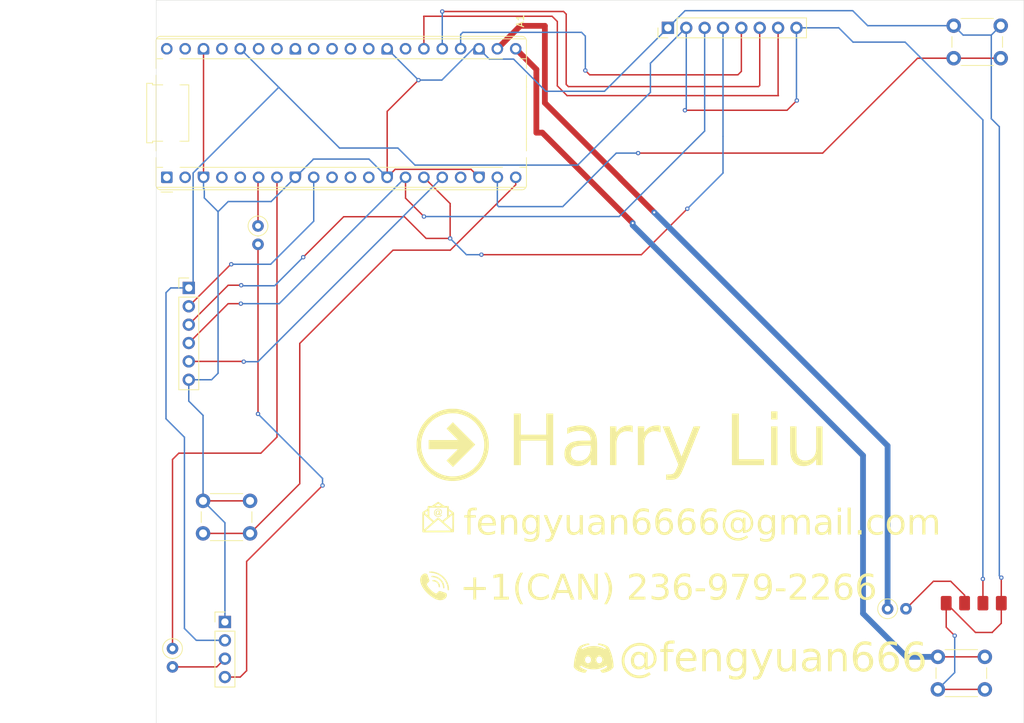
<source format=kicad_pcb>
(kicad_pcb (version 20241229) (generator "pcbnew") (generator_version "9.0")
  (layers (0 "F.Cu" signal) (2 "B.Cu" signal) (13 "F.Paste" user) (15 "B.Paste" user) (5 "F.SilkS" user "F.Silkscreen") (7 "B.SilkS" user "B.Silkscreen") (1 "F.Mask" user) (3 "B.Mask" user) (25 "Edge.Cuts" user))
  (net 0 "")
  (net 1 "Net-(A1-GPIO5)")
  (net 2 "Net-(J1-Pin_3)")
  (net 3 "Net-(J1-Pin_4)")
  (net 4 "Net-(A1-GPIO4)")
  (net 5 "Net-(J4-Pin_2)")
  (net 6 "Net-(A1-GPIO17)")
  (net 9 "Net-(A1-GPIO19)")
  (net 10 "Net-(A1-GPIO16)")
  (net 11 "Net-(A1-GPIO18)")
  (net 12 "Net-(A1-GPIO6)")
  (net 14 "Net-(J1-Pin_1)")
  (net 16 "Net-(A1-GPIO12)")
  (net 18 "Net-(A1-GPIO15)")
  (net 24 "Net-(A1-GPIO14)")
  (net 25 "Net-(A1-GPIO20)")
  (net 32 "Net-(A1-GPIO10)")
  (net 34 "Net-(A1-GPIO11)")
  (net 37 "Net-(A1-3V3)")
  (footprint "custom_image:phonelogo" (layer "F.Cu") (at 188.5 131)
    (property "Reference" "G***" (hide yes))
    (property "Value" "LOGO" (hide yes))
  )
  (footprint "Resistor_THT:R_Axial_DIN0207_L6.3mm_D2.5mm_P2.54mm_Vertical" (layer "F.Cu") (at 152.25 139.675 -90)
    (property "Reference" "47kOhms1" (hide yes))
    (property "Value" "R")
    (pad "1" thru_hole circle (at 0 0 270) (size 1.6 1.6) (drill 0.8) (layers "*.Cu" "*.Mask") (net 1 "Net-(A1-GPIO5)"))
    (pad "2" thru_hole circle (at 2.54 0 270) (size 1.6 1.6) (drill 0.8) (layers "*.Cu" "*.Mask") (net 2 "Net-(J1-Pin_3)"))
  )
  (footprint "Module:RaspberryPi_Pico_Common_THT" (layer "F.Cu") (at 151.46 74.5 90)
    (property "Reference" "A1" (at 20.6375 48.895 90) (layer "F.SilkS") (effects (justify left)))
    (property "Value" "RaspberryPi_Pico")
    (pad "1" thru_hole roundrect (at 0 0 90) (size 1.6 1.6) (drill 1) (layers "*.Cu" "*.Mask") (roundrect_rratio 0.125))
    (pad "2" thru_hole circle (at 0 2.54 90) (size 1.6 1.6) (drill 1) (layers "*.Cu" "*.Mask"))
    (pad "3" thru_hole custom (at 0 5.08 90) (size 1.6 1.6) (drill 1) (layers "*.Cu" "*.Mask") (net 14 "Net-(J1-Pin_1)") (options (clearance outline) (anchor circle)) (primitives (gr_poly (pts (xy 0.8 0.6) (xy 0.8 -0.6) (xy 0.6 -0.8) (xy 0 -0.8) (xy 0 0.8) (xy 0.6 0.8)) (width 0) (fill yes)) (gr_circle (center 0.6 0.6) (end 0.8 0.6) (width 0) (fill yes)) (gr_circle (center 0.6 -0.6) (end 0.8 -0.6) (width 0) (fill yes))))
    (pad "4" thru_hole circle (at 0 7.62 90) (size 1.6 1.6) (drill 1) (layers "*.Cu" "*.Mask"))
    (pad "5" thru_hole circle (at 0 10.16 90) (size 1.6 1.6) (drill 1) (layers "*.Cu" "*.Mask"))
    (pad "6" thru_hole circle (at 0 12.7 90) (size 1.6 1.6) (drill 1) (layers "*.Cu" "*.Mask") (net 4 "Net-(A1-GPIO4)"))
    (pad "7" thru_hole circle (at 0 15.24 90) (size 1.6 1.6) (drill 1) (layers "*.Cu" "*.Mask") (net 1 "Net-(A1-GPIO5)"))
    (pad "8" thru_hole custom (at 0 17.78 90) (size 1.6 1.6) (drill 1) (layers "*.Cu" "*.Mask") (net 14 "Net-(J1-Pin_1)") (options (clearance outline) (anchor circle)) (primitives (gr_poly (pts (xy 0.8 0.6) (xy 0.8 -0.6) (xy 0.6 -0.8) (xy 0 -0.8) (xy 0 0.8) (xy 0.6 0.8)) (width 0) (fill yes)) (gr_circle (center 0.6 0.6) (end 0.8 0.6) (width 0) (fill yes)) (gr_circle (center 0.6 -0.6) (end 0.8 -0.6) (width 0) (fill yes))))
    (pad "9" thru_hole circle (at 0 20.32 90) (size 1.6 1.6) (drill 1) (layers "*.Cu" "*.Mask") (net 12 "Net-(A1-GPIO6)"))
    (pad "10" thru_hole circle (at 0 22.86 90) (size 1.6 1.6) (drill 1) (layers "*.Cu" "*.Mask"))
    (pad "11" thru_hole circle (at 0 25.4 90) (size 1.6 1.6) (drill 1) (layers "*.Cu" "*.Mask"))
    (pad "12" thru_hole circle (at 0 27.94 90) (size 1.6 1.6) (drill 1) (layers "*.Cu" "*.Mask"))
    (pad "13" thru_hole custom (at 0 30.48 90) (size 1.6 1.6) (drill 1) (layers "*.Cu" "*.Mask") (net 14 "Net-(J1-Pin_1)") (options (clearance outline) (anchor circle)) (primitives (gr_poly (pts (xy 0.8 0.6) (xy 0.8 -0.6) (xy 0.6 -0.8) (xy 0 -0.8) (xy 0 0.8) (xy 0.6 0.8)) (width 0) (fill yes)) (gr_circle (center 0.6 0.6) (end 0.8 0.6) (width 0) (fill yes)) (gr_circle (center 0.6 -0.6) (end 0.8 -0.6) (width 0) (fill yes))))
    (pad "14" thru_hole circle (at 0 33.02 90) (size 1.6 1.6) (drill 1) (layers "*.Cu" "*.Mask") (net 32 "Net-(A1-GPIO10)"))
    (pad "15" thru_hole circle (at 0 35.56 90) (size 1.6 1.6) (drill 1) (layers "*.Cu" "*.Mask") (net 34 "Net-(A1-GPIO11)"))
    (pad "16" thru_hole circle (at 0 38.1 90) (size 1.6 1.6) (drill 1) (layers "*.Cu" "*.Mask") (net 16 "Net-(A1-GPIO12)"))
    (pad "17" thru_hole circle (at 0 40.64 90) (size 1.6 1.6) (drill 1) (layers "*.Cu" "*.Mask"))
    (pad "18" thru_hole custom (at 0 43.18 90) (size 1.6 1.6) (drill 1) (layers "*.Cu" "*.Mask") (net 14 "Net-(J1-Pin_1)") (options (clearance outline) (anchor circle)) (primitives (gr_poly (pts (xy 0.8 0.6) (xy 0.8 -0.6) (xy 0.6 -0.8) (xy 0 -0.8) (xy 0 0.8) (xy 0.6 0.8)) (width 0) (fill yes)) (gr_circle (center 0.6 0.6) (end 0.8 0.6) (width 0) (fill yes)) (gr_circle (center 0.6 -0.6) (end 0.8 -0.6) (width 0) (fill yes))))
    (pad "19" thru_hole circle (at 0 45.72 90) (size 1.6 1.6) (drill 1) (layers "*.Cu" "*.Mask") (net 24 "Net-(A1-GPIO14)"))
    (pad "20" thru_hole circle (at 0 48.26 90) (size 1.6 1.6) (drill 1) (layers "*.Cu" "*.Mask") (net 18 "Net-(A1-GPIO15)"))
    (pad "21" thru_hole circle (at 17.78 48.26 90) (size 1.6 1.6) (drill 1) (layers "*.Cu" "*.Mask") (net 10 "Net-(A1-GPIO16)"))
    (pad "22" thru_hole circle (at 17.78 45.72 90) (size 1.6 1.6) (drill 1) (layers "*.Cu" "*.Mask") (net 6 "Net-(A1-GPIO17)"))
    (pad "23" thru_hole custom (at 17.78 43.18 90) (size 1.6 1.6) (drill 1) (layers "*.Cu" "*.Mask") (net 14 "Net-(J1-Pin_1)") (options (clearance outline) (anchor circle)) (primitives (gr_poly (pts (xy -0.8 0.6) (xy -0.8 -0.6) (xy -0.6 -0.8) (xy 0 -0.8) (xy 0 0.8) (xy -0.6 0.8)) (width 0) (fill yes)) (gr_circle (center -0.6 0.6) (end -0.4 0.6) (width 0) (fill yes)) (gr_circle (center -0.6 -0.6) (end -0.4 -0.6) (width 0) (fill yes))))
    (pad "24" thru_hole circle (at 17.78 40.64 90) (size 1.6 1.6) (drill 1) (layers "*.Cu" "*.Mask") (net 11 "Net-(A1-GPIO18)"))
    (pad "25" thru_hole circle (at 17.78 38.1 90) (size 1.6 1.6) (drill 1) (layers "*.Cu" "*.Mask") (net 9 "Net-(A1-GPIO19)"))
    (pad "26" thru_hole circle (at 17.78 35.56 90) (size 1.6 1.6) (drill 1) (layers "*.Cu" "*.Mask") (net 25 "Net-(A1-GPIO20)"))
    (pad "27" thru_hole circle (at 17.78 33.02 90) (size 1.6 1.6) (drill 1) (layers "*.Cu" "*.Mask"))
    (pad "28" thru_hole custom (at 17.78 30.48 90) (size 1.6 1.6) (drill 1) (layers "*.Cu" "*.Mask") (net 14 "Net-(J1-Pin_1)") (options (clearance outline) (anchor circle)) (primitives (gr_poly (pts (xy -0.8 0.6) (xy -0.8 -0.6) (xy -0.6 -0.8) (xy 0 -0.8) (xy 0 0.8) (xy -0.6 0.8)) (width 0) (fill yes)) (gr_circle (center -0.6 0.6) (end -0.4 0.6) (width 0) (fill yes)) (gr_circle (center -0.6 -0.6) (end -0.4 -0.6) (width 0) (fill yes))))
    (pad "29" thru_hole circle (at 17.78 27.94 90) (size 1.6 1.6) (drill 1) (layers "*.Cu" "*.Mask"))
    (pad "30" thru_hole circle (at 17.78 25.4 90) (size 1.6 1.6) (drill 1) (layers "*.Cu" "*.Mask"))
    (pad "31" thru_hole circle (at 17.78 22.86 90) (size 1.6 1.6) (drill 1) (layers "*.Cu" "*.Mask"))
    (pad "32" thru_hole circle (at 17.78 20.32 90) (size 1.6 1.6) (drill 1) (layers "*.Cu" "*.Mask"))
    (pad "33" thru_hole custom (at 17.78 17.78 90) (size 1.6 1.6) (drill 1) (layers "*.Cu" "*.Mask") (options (clearance outline) (anchor circle)) (primitives (gr_poly (pts (xy -0.8 0.6) (xy -0.8 -0.6) (xy -0.6 -0.8) (xy 0 -0.8) (xy 0 0.8) (xy -0.6 0.8)) (width 0) (fill yes)) (gr_circle (center -0.6 0.6) (end -0.4 0.6) (width 0) (fill yes)) (gr_circle (center -0.6 -0.6) (end -0.4 -0.6) (width 0) (fill yes))))
    (pad "34" thru_hole circle (at 17.78 15.24 90) (size 1.6 1.6) (drill 1) (layers "*.Cu" "*.Mask"))
    (pad "35" thru_hole circle (at 17.78 12.7 90) (size 1.6 1.6) (drill 1) (layers "*.Cu" "*.Mask"))
    (pad "36" thru_hole circle (at 17.78 10.16 90) (size 1.6 1.6) (drill 1) (layers "*.Cu" "*.Mask") (net 37 "Net-(A1-3V3)"))
    (pad "37" thru_hole circle (at 17.78 7.62 90) (size 1.6 1.6) (drill 1) (layers "*.Cu" "*.Mask"))
    (pad "38" thru_hole custom (at 17.78 5.08 90) (size 1.6 1.6) (drill 1) (layers "*.Cu" "*.Mask") (net 14 "Net-(J1-Pin_1)") (options (clearance outline) (anchor circle)) (primitives (gr_poly (pts (xy -0.8 0.6) (xy -0.8 -0.6) (xy -0.6 -0.8) (xy 0 -0.8) (xy 0 0.8) (xy -0.6 0.8)) (width 0) (fill yes)) (gr_circle (center -0.6 0.6) (end -0.4 0.6) (width 0) (fill yes)) (gr_circle (center -0.6 -0.6) (end -0.4 -0.6) (width 0) (fill yes))))
    (pad "39" thru_hole circle (at 17.78 2.54 90) (size 1.6 1.6) (drill 1) (layers "*.Cu" "*.Mask"))
    (pad "40" thru_hole circle (at 17.78 0 90) (size 1.6 1.6) (drill 1) (layers "*.Cu" "*.Mask"))
  )
  (footprint "Connector_PinHeader_2.54mm:PinHeader_1x06_P2.54mm_Vertical" (layer "F.Cu") (at 154.5 89.8)
    (property "Reference" "J3" (hide yes))
    (property "Value" "Conn_01x06")
    (pad "1" thru_hole rect (at 0 0) (size 1.7 1.7) (drill 1) (layers "*.Cu" "*.Mask") (net 37 "Net-(A1-3V3)"))
    (pad "2" thru_hole circle (at 0 2.54) (size 1.7 1.7) (drill 1) (layers "*.Cu" "*.Mask") (net 12 "Net-(A1-GPIO6)"))
    (pad "3" thru_hole circle (at 0 5.08) (size 1.7 1.7) (drill 1) (layers "*.Cu" "*.Mask") (net 34 "Net-(A1-GPIO11)"))
    (pad "4" thru_hole circle (at 0 7.62) (size 1.7 1.7) (drill 1) (layers "*.Cu" "*.Mask") (net 32 "Net-(A1-GPIO10)"))
    (pad "5" thru_hole circle (at 0 10.16) (size 1.7 1.7) (drill 1) (layers "*.Cu" "*.Mask") (net 16 "Net-(A1-GPIO12)"))
    (pad "6" thru_hole circle (at 0 12.7) (size 1.7 1.7) (drill 1) (layers "*.Cu" "*.Mask") (net 14 "Net-(J1-Pin_1)"))
  )
  (footprint "Resistor_THT:R_Axial_DIN0207_L6.3mm_D2.5mm_P2.54mm_Vertical" (layer "F.Cu") (at 251.155 134.175)
    (property "Reference" "330Ohms1" (hide yes))
    (property "Value" "R")
    (pad "1" thru_hole circle (at 0 0) (size 1.6 1.6) (drill 0.8) (layers "*.Cu" "*.Mask") (net 6 "Net-(A1-GPIO17)"))
    (pad "2" thru_hole circle (at 2.54 0) (size 1.6 1.6) (drill 0.8) (layers "*.Cu" "*.Mask") (net 5 "Net-(J4-Pin_2)"))
  )
  (footprint "Connector_PinHeader_2.54mm:PinHeader_1x08_P2.54mm_Vertical" (layer "F.Cu") (at 220.77 53.825 90)
    (property "Reference" "J2" (hide yes))
    (property "Value" "Conn_01x08")
    (pad "1" thru_hole rect (at 0 0 90) (size 1.7 1.7) (drill 1) (layers "*.Cu" "*.Mask") (net 14 "Net-(J1-Pin_1)"))
    (pad "2" thru_hole circle (at 0 2.54 90) (size 1.7 1.7) (drill 1) (layers "*.Cu" "*.Mask") (net 37 "Net-(A1-3V3)"))
    (pad "3" thru_hole circle (at 0 5.08 90) (size 1.7 1.7) (drill 1) (layers "*.Cu" "*.Mask") (net 32 "Net-(A1-GPIO10)"))
    (pad "4" thru_hole circle (at 0 7.62 90) (size 1.7 1.7) (drill 1) (layers "*.Cu" "*.Mask") (net 34 "Net-(A1-GPIO11)"))
    (pad "5" thru_hole circle (at 0 10.16 90) (size 1.7 1.7) (drill 1) (layers "*.Cu" "*.Mask") (net 11 "Net-(A1-GPIO18)"))
    (pad "6" thru_hole circle (at 0 12.7 90) (size 1.7 1.7) (drill 1) (layers "*.Cu" "*.Mask") (net 9 "Net-(A1-GPIO19)"))
    (pad "7" thru_hole circle (at 0 15.24 90) (size 1.7 1.7) (drill 1) (layers "*.Cu" "*.Mask") (net 25 "Net-(A1-GPIO20)"))
    (pad "8" thru_hole circle (at 0 17.78 90) (size 1.7 1.7) (drill 1) (layers "*.Cu" "*.Mask") (net 37 "Net-(A1-3V3)"))
  )
  (footprint "Connector_PinHeader_2.54mm:PinHeader_1x04_P2.54mm_Vertical" (layer "F.Cu") (at 159.5 136)
    (property "Reference" "J1" (hide yes))
    (property "Value" "Conn_01x04")
    (pad "1" thru_hole rect (at 0 0) (size 1.7 1.7) (drill 1) (layers "*.Cu" "*.Mask") (net 14 "Net-(J1-Pin_1)"))
    (pad "2" thru_hole circle (at 0 2.54) (size 1.7 1.7) (drill 1) (layers "*.Cu" "*.Mask") (net 37 "Net-(A1-3V3)"))
    (pad "3" thru_hole circle (at 0 5.08) (size 1.7 1.7) (drill 1) (layers "*.Cu" "*.Mask") (net 2 "Net-(J1-Pin_3)"))
    (pad "4" thru_hole circle (at 0 7.62) (size 1.7 1.7) (drill 1) (layers "*.Cu" "*.Mask") (net 3 "Net-(J1-Pin_4)"))
  )
  (footprint "custom_image:discordfootprint6small" (layer "F.Cu") (at 210.5 141)
    (property "Reference" "G***" (hide yes))
    (property "Value" "LOGO" (hide yes))
  )
  (footprint "Button_Switch_THT:SW_PUSH_6mm" (layer "F.Cu") (at 156.475 119.25)
    (property "Reference" "TextScreenButton1" (hide yes))
    (property "Value" "SW_Push")
    (pad "1" thru_hole circle (at 0 0 90) (size 2 2) (drill 1.1) (layers "*.Cu" "*.Mask") (net 14 "Net-(J1-Pin_1)"))
    (pad "1" thru_hole circle (at 6.5 0 90) (size 2 2) (drill 1.1) (layers "*.Cu" "*.Mask") (net 14 "Net-(J1-Pin_1)"))
    (pad "2" thru_hole circle (at 0 4.5 90) (size 2 2) (drill 1.1) (layers "*.Cu" "*.Mask") (net 18 "Net-(A1-GPIO15)"))
    (pad "2" thru_hole circle (at 6.5 4.5 90) (size 2 2) (drill 1.1) (layers "*.Cu" "*.Mask") (net 18 "Net-(A1-GPIO15)"))
  )
  (footprint "custom_made:LED_Strip1x04" (layer "F.Cu") (at 259.26 133.4 90)
    (property "Reference" "J4" (hide yes))
    (property "Value" "Conn_01x04")
    (pad "1" smd roundrect (at 0 0 90) (size 2 1.5) (layers "F.Cu" "F.Mask" "F.Paste") (roundrect_rratio 0.15) (net 14 "Net-(J1-Pin_1)"))
    (pad "2" smd roundrect (at 0 2.54 90) (size 2 1.5) (layers "F.Cu" "F.Mask" "F.Paste") (roundrect_rratio 0.15) (net 5 "Net-(J4-Pin_2)"))
    (pad "3" smd roundrect (at 0 5.08 90) (size 2 1.5) (layers "F.Cu" "F.Mask" "F.Paste") (roundrect_rratio 0.15) (net 37 "Net-(A1-3V3)"))
    (pad "4" smd roundrect (at 0 7.62 90) (size 2 1.5) (layers "F.Cu" "F.Mask" "F.Paste") (roundrect_rratio 0.15) (net 14 "Net-(J1-Pin_1)"))
  )
  (footprint "Button_Switch_THT:SW_PUSH_6mm" (layer "F.Cu") (at 260.3 53.525)
    (property "Reference" "OLEDscreenbutton1" (hide yes))
    (property "Value" "SW_Push")
    (pad "1" thru_hole circle (at 0 0 90) (size 2 2) (drill 1.1) (layers "*.Cu" "*.Mask") (net 14 "Net-(J1-Pin_1)"))
    (pad "1" thru_hole circle (at 6.5 0 90) (size 2 2) (drill 1.1) (layers "*.Cu" "*.Mask") (net 14 "Net-(J1-Pin_1)"))
    (pad "2" thru_hole circle (at 0 4.5 90) (size 2 2) (drill 1.1) (layers "*.Cu" "*.Mask") (net 24 "Net-(A1-GPIO14)"))
    (pad "2" thru_hole circle (at 6.5 4.5 90) (size 2 2) (drill 1.1) (layers "*.Cu" "*.Mask") (net 24 "Net-(A1-GPIO14)"))
  )
  (footprint "custom_image:emailfootprint7.5" (layer "F.Cu") (at 189 121.5)
    (property "Reference" "G***" (hide yes))
    (property "Value" "LOGO" (hide yes))
  )
  (footprint "Button_Switch_THT:SW_PUSH_6mm" (layer "F.Cu") (at 258.105 140.825)
    (property "Reference" "LED_Buttons1" (hide yes))
    (property "Value" "SW_Push")
    (pad "1" thru_hole circle (at 0 0 90) (size 2 2) (drill 1.1) (layers "*.Cu" "*.Mask") (net 10 "Net-(A1-GPIO16)"))
    (pad "1" thru_hole circle (at 6.5 0 90) (size 2 2) (drill 1.1) (layers "*.Cu" "*.Mask") (net 10 "Net-(A1-GPIO16)"))
    (pad "2" thru_hole circle (at 0 4.5 90) (size 2 2) (drill 1.1) (layers "*.Cu" "*.Mask") (net 14 "Net-(J1-Pin_1)"))
    (pad "2" thru_hole circle (at 6.5 4.5 90) (size 2 2) (drill 1.1) (layers "*.Cu" "*.Mask") (net 14 "Net-(J1-Pin_1)"))
  )
  (footprint "Resistor_THT:R_Axial_DIN0207_L6.3mm_D2.5mm_P2.54mm_Vertical" (layer "F.Cu") (at 164.075 81.225 -90)
    (property "Reference" "47kOhms2" (hide yes))
    (property "Value" "R")
    (pad "1" thru_hole circle (at 0 0 270) (size 1.6 1.6) (drill 0.8) (layers "*.Cu" "*.Mask") (net 4 "Net-(A1-GPIO4)"))
    (pad "2" thru_hole circle (at 2.54 0 270) (size 1.6 1.6) (drill 0.8) (layers "*.Cu" "*.Mask") (net 3 "Net-(J1-Pin_4)"))
  )
  (footprint "custom_image:forwardiconfootprint1" (layer "F.Cu") (at 191 111.5)
    (property "Reference" "G***" (hide yes))
    (property "Value" "LOGO" (hide yes))
  )
  (gr_rect (start 150 50) (end 270 150) (stroke (width 0.05)) (fill no) (layer "Edge.Cuts"))
  (gr_text "@fengyuan666" (at 214 143.5 0) (layer "F.SilkS") (effects (font (size 4 4) (thickness 0.1)) (justify left bottom)))
  (gr_text "Harry Liu" (at 198.5 115.5 0) (layer "F.SilkS") (effects (font (size 7 7) (thickness 0.1)) (justify left bottom)))
  (gr_text "fengyuan6666@gmail.com" (at 192.5 124.5 0) (layer "F.SilkS") (effects (font (size 3.5 3.5) (thickness 0.1)) (justify left bottom)))
  (gr_text "+1(CAN) 236-979-2266" (at 192 133.5 0) (layer "F.SilkS") (effects (font (size 3.5 3.5) (thickness 0.1)) (justify left bottom)))
  (segment (start 152.25 113.525) (end 153.125 112.65) (width 0.2) (layer "F.Cu") (net 1))
  (segment (start 164.475 112.65) (end 166.7 110.425) (width 0.2) (layer "F.Cu") (net 1))
  (segment (start 152.25 139.675) (end 152.25 113.525) (width 0.2) (layer "F.Cu") (net 1))
  (segment (start 153.125 112.65) (end 164.475 112.65) (width 0.2) (layer "F.Cu") (net 1))
  (segment (start 166.7 110.425) (end 166.7 74.5) (width 0.2) (layer "F.Cu") (net 1))
  (segment (start 158.365 142.215) (end 159.5 141.08) (width 0.2) (layer "F.Cu") (net 2))
  (segment (start 152.25 142.215) (end 158.365 142.215) (width 0.2) (layer "F.Cu") (net 2))
  (segment (start 162.5 142.74) (end 162.5 127.625) (width 0.2) (layer "F.Cu") (net 3))
  (segment (start 164.075 107.225) (end 164.075 83.765) (width 0.2) (layer "F.Cu") (net 3))
  (segment (start 173 117.125) (end 162.5 127.625) (width 0.2) (layer "F.Cu") (net 3))
  (segment (start 161.62 143.62) (end 159.5 143.62) (width 0.2) (layer "F.Cu") (net 3))
  (segment (start 161.62 143.62) (end 162.5 142.74) (width 0.2) (layer "F.Cu") (net 3))
  (via (at 164.075 107.225) (size 0.6) (drill 0.3) (layers "F.Cu" "B.Cu") (net 3))
  (via (at 173 117.125) (size 0.6) (drill 0.3) (layers "F.Cu" "B.Cu") (net 3))
  (segment (start 173 116.15) (end 164.075 107.225) (width 0.2) (layer "B.Cu") (net 3))
  (segment (start 173 117.125) (end 173 116.15) (width 0.2) (layer "B.Cu") (net 3))
  (segment (start 164.075 81.225) (end 164.075 74.585) (width 0.2) (layer "F.Cu") (net 4))
  (segment (start 164.075 74.585) (end 164.16 74.5) (width 0.2) (layer "F.Cu") (net 4))
  (segment (start 164.075 74.585) (end 164.16 74.5) (width 0.2) (layer "B.Cu") (net 4))
  (segment (start 257.495 130.375) (end 259.885 130.375) (width 0.2) (layer "F.Cu") (net 5))
  (segment (start 261.8 132.29) (end 261.8 133.4) (width 0.2) (layer "F.Cu") (net 5))
  (segment (start 253.695 134.175) (end 257.495 130.375) (width 0.2) (layer "F.Cu") (net 5))
  (segment (start 259.885 130.375) (end 261.8 132.29) (width 0.2) (layer "F.Cu") (net 5))
  (segment (start 200.35 53.55) (end 197.18 56.72) (width 0.8) (layer "F.Cu") (net 6))
  (segment (start 214.2 74.65) (end 203.75 64.2) (width 0.8) (layer "F.Cu") (net 6))
  (segment (start 218.875 79.35) (end 214.2 74.675) (width 0.8) (layer "F.Cu") (net 6))
  (segment (start 214.2 74.675) (end 214.2 74.65) (width 0.2) (layer "F.Cu") (net 6))
  (segment (start 203.75 64.2) (end 203.75 53.55) (width 0.8) (layer "F.Cu") (net 6))
  (segment (start 203.75 53.55) (end 200.35 53.55) (width 0.8) (layer "F.Cu") (net 6))
  (via (at 218.875 79.35) (size 0.6) (drill 0.3) (layers "F.Cu" "B.Cu") (net 6))
  (segment (start 251.155 111.63) (end 218.875 79.35) (width 0.8) (layer "B.Cu") (net 6))
  (segment (start 251.155 134.175) (end 251.155 111.63) (width 0.8) (layer "B.Cu") (net 6))
  (segment (start 233.47 53.825) (end 233.47 61.78) (width 0.2) (layer "F.Cu") (net 9))
  (segment (start 207 61.95) (end 206.7 61.65) (width 0.2) (layer "F.Cu") (net 9))
  (segment (start 206.7 61.65) (end 206.7 51.925) (width 0.2) (layer "F.Cu") (net 9))
  (segment (start 233.3 61.95) (end 207 61.95) (width 0.2) (layer "F.Cu") (net 9))
  (segment (start 206.7 51.925) (end 206.34 51.565) (width 0.2) (layer "F.Cu") (net 9))
  (segment (start 206.34 51.565) (end 189.56 51.565) (width 0.2) (layer "F.Cu") (net 9))
  (segment (start 233.47 61.78) (end 233.3 61.95) (width 0.2) (layer "F.Cu") (net 9))
  (via (at 189.56 51.565) (size 0.6) (drill 0.3) (layers "F.Cu" "B.Cu") (net 9))
  (segment (start 189.56 51.565) (end 189.56 56.72) (width 0.2) (layer "B.Cu") (net 9))
  (segment (start 215.9 80.825) (end 203.4 68.325) (width 0.8) (layer "F.Cu") (net 10))
  (segment (start 203.4 68.325) (end 202.575 68.325) (width 0.8) (layer "F.Cu") (net 10))
  (segment (start 202.575 68.325) (end 202.575 59.575) (width 0.8) (layer "F.Cu") (net 10))
  (segment (start 202.575 59.575) (end 199.72 56.72) (width 0.8) (layer "F.Cu") (net 10))
  (segment (start 258.105 140.825) (end 264.605 140.825) (width 0.2) (layer "F.Cu") (net 10))
  (via (at 215.9 80.825) (size 0.6) (drill 0.3) (layers "F.Cu" "B.Cu") (net 10))
  (segment (start 247.755 112.98) (end 247.755 134.825) (width 0.8) (layer "B.Cu") (net 10))
  (segment (start 253.755 140.825) (end 258.105 140.825) (width 0.8) (layer "B.Cu") (net 10))
  (segment (start 215.9 80.9) (end 215.9 80.825) (width 0.2) (layer "B.Cu") (net 10))
  (segment (start 215.9 81.125) (end 247.755 112.98) (width 0.8) (layer "B.Cu") (net 10))
  (segment (start 215.9 80.825) (end 215.9 81.125) (width 0.8) (layer "B.Cu") (net 10))
  (segment (start 247.755 134.825) (end 253.755 140.825) (width 0.8) (layer "B.Cu") (net 10))
  (segment (start 209.95 60.325) (end 209.35 59.725) (width 0.2) (layer "F.Cu") (net 11))
  (segment (start 230.93 53.825) (end 230.93 59.845) (width 0.2) (layer "F.Cu") (net 11))
  (segment (start 230.93 59.845) (end 230.45 60.325) (width 0.2) (layer "F.Cu") (net 11))
  (segment (start 230.45 60.325) (end 209.95 60.325) (width 0.2) (layer "F.Cu") (net 11))
  (via (at 209.35 59.725) (size 0.6) (drill 0.3) (layers "F.Cu" "B.Cu") (net 11))
  (segment (start 208.825 54.45) (end 192.4 54.45) (width 0.2) (layer "B.Cu") (net 11))
  (segment (start 209.35 54.975) (end 208.825 54.45) (width 0.2) (layer "B.Cu") (net 11))
  (segment (start 192.4 54.45) (end 192.1 54.75) (width 0.2) (layer "B.Cu") (net 11))
  (segment (start 209.35 59.725) (end 209.35 54.975) (width 0.2) (layer "B.Cu") (net 11))
  (segment (start 192.1 54.75) (end 192.1 56.72) (width 0.2) (layer "B.Cu") (net 11))
  (segment (start 154.5 92.34) (end 160.315 86.525) (width 0.2) (layer "F.Cu") (net 12))
  (segment (start 160.315 86.525) (end 160.375 86.525) (width 0.2) (layer "F.Cu") (net 12))
  (via (at 160.375 86.525) (size 0.6) (drill 0.3) (layers "F.Cu" "B.Cu") (net 12))
  (segment (start 165.825 86.525) (end 171.78 80.57) (width 0.2) (layer "B.Cu") (net 12))
  (segment (start 160.375 86.525) (end 165.825 86.525) (width 0.2) (layer "B.Cu") (net 12))
  (segment (start 171.78 80.57) (end 171.78 74.5) (width 0.2) (layer "B.Cu") (net 12))
  (segment (start 266.885 133.405) (end 266.88 133.4) (width 0.2) (layer "F.Cu") (net 14))
  (segment (start 266.88 129.88) (end 266.885 129.875) (width 0.2) (layer "F.Cu") (net 14))
  (segment (start 194.64 74.5) (end 193.539 73.399) (width 0.2) (layer "F.Cu") (net 14))
  (segment (start 181.94 65.38) (end 181.94 74.5) (width 0.2) (layer "F.Cu") (net 14))
  (segment (start 193.539 73.399) (end 183.041 73.399) (width 0.2) (layer "F.Cu") (net 14))
  (segment (start 260.435 137.9) (end 259.26 136.725) (width 0.2) (layer "F.Cu") (net 14))
  (segment (start 186.27 61.05) (end 181.94 65.38) (width 0.2) (layer "F.Cu") (net 14))
  (segment (start 264.605 145.325) (end 258.105 145.325) (width 0.2) (layer "F.Cu") (net 14))
  (segment (start 162.975 119.25) (end 156.475 119.25) (width 0.2) (layer "F.Cu") (net 14))
  (segment (start 266.88 136.18) (end 266.88 133.4) (width 0.2) (layer "F.Cu") (net 14))
  (segment (start 265.635 137.425) (end 266.88 136.18) (width 0.2) (layer "F.Cu") (net 14))
  (segment (start 183.041 73.399) (end 181.94 74.5) (width 0.2) (layer "F.Cu") (net 14))
  (segment (start 265.635 137.45) (end 265.635 137.425) (width 0.2) (layer "F.Cu") (net 14))
  (segment (start 259.26 133.4) (end 263.31 137.45) (width 0.2) (layer "F.Cu") (net 14))
  (segment (start 156.54 74.5) (end 156.54 56.72) (width 0.2) (layer "F.Cu") (net 14))
  (segment (start 266.88 133.4) (end 266.88 129.88) (width 0.2) (layer "F.Cu") (net 14))
  (segment (start 259.26 136.725) (end 259.26 133.4) (width 0.2) (layer "F.Cu") (net 14))
  (segment (start 263.31 137.45) (end 265.635 137.45) (width 0.2) (layer "F.Cu") (net 14))
  (via (at 260.435 137.9) (size 0.6) (drill 0.3) (layers "F.Cu" "B.Cu") (net 14))
  (via (at 266.885 129.875) (size 0.6) (drill 0.3) (layers "F.Cu" "B.Cu") (net 14))
  (via (at 186.27 61.05) (size 0.6) (drill 0.3) (layers "F.Cu" "B.Cu") (net 14))
  (segment (start 193.835 56.72) (end 189.505 61.05) (width 0.2) (layer "B.Cu") (net 14))
  (segment (start 265.499 54.826) (end 266.8 53.525) (width 0.2) (layer "B.Cu") (net 14))
  (segment (start 246.325 51.45) (end 223.145 51.45) (width 0.2) (layer "B.Cu") (net 14))
  (segment (start 171.725 72.015) (end 169.24 74.5) (width 0.2) (layer "B.Cu") (net 14))
  (segment (start 156.475 107.425) (end 154.5 105.45) (width 0.2) (layer "B.Cu") (net 14))
  (segment (start 265.499 66.39) (end 266.609 67.5) (width 0.2) (layer "B.Cu") (net 14))
  (segment (start 156.475 119.25) (end 159.5 122.275) (width 0.2) (layer "B.Cu") (net 14))
  (segment (start 194.64 56.72) (end 193.835 56.72) (width 0.2) (layer "B.Cu") (net 14))
  (segment (start 156.65 77.35) (end 156.65 76.15) (width 0.2) (layer "B.Cu") (net 14))
  (segment (start 223.145 51.45) (end 220.77 53.825) (width 0.2) (layer "B.Cu") (net 14))
  (segment (start 159.5 122.275) (end 159.5 136) (width 0.2) (layer "B.Cu") (net 14))
  (segment (start 260.3 53.525) (end 248.4 53.525) (width 0.2) (layer "B.Cu") (net 14))
  (segment (start 186.125 60.905) (end 181.94 56.72) (width 0.2) (layer "B.Cu") (net 14))
  (segment (start 248.4 53.525) (end 246.325 51.45) (width 0.2) (layer "B.Cu") (net 14))
  (segment (start 158.55 101.6) (end 158.55 79.25) (width 0.2) (layer "B.Cu") (net 14))
  (segment (start 156.65 76.15) (end 156.54 76.04) (width 0.2) (layer "B.Cu") (net 14))
  (segment (start 265.499 54.826) (end 261.601 54.826) (width 0.2) (layer "B.Cu") (net 14))
  (segment (start 266.609 129.599) (end 266.609 67.5) (width 0.2) (layer "B.Cu") (net 14))
  (segment (start 258.105 145.325) (end 260.435 142.995) (width 0.2) (layer "B.Cu") (net 14))
  (segment (start 154.5 102.5) (end 157.65 102.5) (width 0.2) (layer "B.Cu") (net 14))
  (segment (start 189.505 61.05) (end 186.27 61.05) (width 0.2) (layer "B.Cu") (net 14))
  (segment (start 169.24 74.5) (end 165.89 77.85) (width 0.2) (layer "B.Cu") (net 14))
  (segment (start 203.875 62.6) (end 199.425 58.15) (width 0.2) (layer "B.Cu") (net 14))
  (segment (start 159.95 77.85) (end 158.55 79.25) (width 0.2) (layer "B.Cu") (net 14))
  (segment (start 165.89 77.85) (end 159.95 77.85) (width 0.2) (layer "B.Cu") (net 14))
  (segment (start 179.415 71.975) (end 171.725 71.975) (width 0.2) (layer "B.Cu") (net 14))
  (segment (start 186.27 61.05) (end 186.125 60.905) (width 0.2) (layer "B.Cu") (net 14))
  (segment (start 157.65 102.5) (end 158.55 101.6) (width 0.2) (layer "B.Cu") (net 14))
  (segment (start 199.425 58.15) (end 196.07 58.15) (width 0.2) (layer "B.Cu") (net 14))
  (segment (start 220.77 53.825) (end 211.995 62.6) (width 0.2) (layer "B.Cu") (net 14))
  (segment (start 261.601 54.826) (end 260.3 53.525) (width 0.2) (layer "B.Cu") (net 14))
  (segment (start 260.435 142.995) (end 260.435 137.9) (width 0.2) (layer "B.Cu") (net 14))
  (segment (start 181.94 74.5) (end 179.415 71.975) (width 0.2) (layer "B.Cu") (net 14))
  (segment (start 171.725 71.975) (end 171.725 72.015) (width 0.2) (layer "B.Cu") (net 14))
  (segment (start 211.995 62.6) (end 203.875 62.6) (width 0.2) (layer "B.Cu") (net 14))
  (segment (start 154.5 105.45) (end 154.5 102.5) (width 0.2) (layer "B.Cu") (net 14))
  (segment (start 156.475 119.25) (end 156.475 107.425) (width 0.2) (layer "B.Cu") (net 14))
  (segment (start 156.54 76.04) (end 156.54 74.5) (width 0.2) (layer "B.Cu") (net 14))
  (segment (start 158.55 79.25) (end 156.65 77.35) (width 0.2) (layer "B.Cu") (net 14))
  (segment (start 265.499 54.826) (end 265.499 66.39) (width 0.2) (layer "B.Cu") (net 14))
  (segment (start 266.885 129.875) (end 266.609 129.599) (width 0.2) (layer "B.Cu") (net 14))
  (segment (start 196.07 58.15) (end 194.64 56.72) (width 0.2) (layer "B.Cu") (net 14))
  (segment (start 162.06 99.96) (end 162.1 100) (width 0.2) (layer "F.Cu") (net 16))
  (segment (start 154.5 99.96) (end 162.06 99.96) (width 0.2) (layer "F.Cu") (net 16))
  (via (at 162.1 100) (size 0.6) (drill 0.3) (layers "F.Cu" "B.Cu") (net 16))
  (segment (start 164.06 100) (end 189.56 74.5) (width 0.2) (layer "B.Cu") (net 16))
  (segment (start 162.1 100) (end 164.06 100) (width 0.2) (layer "B.Cu") (net 16))
  (segment (start 169.85 116.875) (end 162.975 123.75) (width 0.2) (layer "F.Cu") (net 18))
  (segment (start 156.475 123.75) (end 162.975 123.75) (width 0.2) (layer "F.Cu") (net 18))
  (segment (start 199.72 74.5) (end 199.72 75.53) (width 0.2) (layer "F.Cu") (net 18))
  (segment (start 190.675 84.575) (end 182.75 84.575) (width 0.2) (layer "F.Cu") (net 18))
  (segment (start 169.85 97.475) (end 169.85 116.875) (width 0.2) (layer "F.Cu") (net 18))
  (segment (start 199.72 75.53) (end 190.675 84.575) (width 0.2) (layer "F.Cu") (net 18))
  (segment (start 182.75 84.575) (end 169.85 97.475) (width 0.2) (layer "F.Cu") (net 18))
  (segment (start 260.3 58.025) (end 255.3 58.025) (width 0.2) (layer "F.Cu") (net 24))
  (segment (start 242.175 71.15) (end 216.65 71.15) (width 0.2) (layer "F.Cu") (net 24))
  (segment (start 255.3 58.025) (end 249.9 63.425) (width 0.2) (layer "F.Cu") (net 24))
  (segment (start 266.8 58.025) (end 260.3 58.025) (width 0.2) (layer "F.Cu") (net 24))
  (segment (start 249.9 63.425) (end 242.175 71.15) (width 0.2) (layer "F.Cu") (net 24))
  (via (at 216.65 71.15) (size 0.6) (drill 0.3) (layers "F.Cu" "B.Cu") (net 24))
  (segment (start 197.35 78.55) (end 197.18 78.38) (width 0.2) (layer "B.Cu") (net 24))
  (segment (start 206.225 78.55) (end 197.35 78.55) (width 0.2) (layer "B.Cu") (net 24))
  (segment (start 213.625 71.15) (end 206.225 78.55) (width 0.2) (layer "B.Cu") (net 24))
  (segment (start 216.65 71.15) (end 213.625 71.15) (width 0.2) (layer "B.Cu") (net 24))
  (segment (start 197.18 78.38) (end 197.18 74.5) (width 0.2) (layer "B.Cu") (net 24))
  (segment (start 205.475 52.95) (end 204.75 52.225) (width 0.2) (layer "F.Cu") (net 25))
  (segment (start 236.05 63.2) (end 206.825 63.2) (width 0.2) (layer "F.Cu") (net 25))
  (segment (start 204.75 52.225) (end 187 52.225) (width 0.2) (layer "F.Cu") (net 25))
  (segment (start 187.02 52.245) (end 187.02 56.72) (width 0.2) (layer "F.Cu") (net 25))
  (segment (start 236.01 63.16) (end 236.05 63.2) (width 0.2) (layer "F.Cu") (net 25))
  (segment (start 206.825 63.2) (end 205.475 61.85) (width 0.2) (layer "F.Cu") (net 25))
  (segment (start 205.475 61.85) (end 205.475 52.95) (width 0.2) (layer "F.Cu") (net 25))
  (segment (start 187 52.225) (end 187.02 52.245) (width 0.2) (layer "F.Cu") (net 25))
  (segment (start 236.01 53.825) (end 236.01 63.16) (width 0.2) (layer "F.Cu") (net 25))
  (segment (start 184.48 74.5) (end 184.48 77.38) (width 0.2) (layer "F.Cu") (net 32))
  (segment (start 161.7 91.975) (end 159.945 91.975) (width 0.2) (layer "F.Cu") (net 32))
  (segment (start 159.945 91.975) (end 154.5 97.42) (width 0.2) (layer "F.Cu") (net 32))
  (segment (start 184.48 77.38) (end 187.025 79.925) (width 0.2) (layer "F.Cu") (net 32))
  (via (at 187.025 79.925) (size 0.6) (drill 0.3) (layers "F.Cu" "B.Cu") (net 32))
  (via (at 161.7 91.975) (size 0.6) (drill 0.3) (layers "F.Cu" "B.Cu") (net 32))
  (segment (start 214.025 79.925) (end 225.85 68.1) (width 0.2) (layer "B.Cu") (net 32))
  (segment (start 187.025 79.925) (end 214.025 79.925) (width 0.2) (layer "B.Cu") (net 32))
  (segment (start 161.7 91.975) (end 167.005 91.975) (width 0.2) (layer "B.Cu") (net 32))
  (segment (start 167.005 91.975) (end 184.48 74.5) (width 0.2) (layer "B.Cu") (net 32))
  (segment (start 225.85 68.1) (end 225.85 53.825) (width 0.2) (layer "B.Cu") (net 32))
  (segment (start 190.65 78.5) (end 190.65 78.13) (width 0.2) (layer "F.Cu") (net 34))
  (segment (start 187.325 82.95) (end 190.65 82.95) (width 0.2) (layer "F.Cu") (net 34))
  (segment (start 190.65 82.95) (end 190.65 78.5) (width 0.2) (layer "F.Cu") (net 34))
  (segment (start 184.325 79.95) (end 187.325 82.95) (width 0.2) (layer "F.Cu") (net 34))
  (segment (start 170.325 85.55) (end 175.925 79.95) (width 0.2) (layer "F.Cu") (net 34))
  (segment (start 190.65 78.13) (end 187.02 74.5) (width 0.2) (layer "F.Cu") (net 34))
  (segment (start 159.955 89.425) (end 161.75 89.425) (width 0.2) (layer "F.Cu") (net 34))
  (segment (start 217.1 85.2) (end 223.45 78.85) (width 0.2) (layer "F.Cu") (net 34))
  (segment (start 175.925 79.95) (end 184.325 79.95) (width 0.2) (layer "F.Cu") (net 34))
  (segment (start 154.5 94.88) (end 159.955 89.425) (width 0.2) (layer "F.Cu") (net 34))
  (segment (start 194.975 85.2) (end 217.1 85.2) (width 0.2) (layer "F.Cu") (net 34))
  (via (at 190.65 82.95) (size 0.6) (drill 0.3) (layers "F.Cu" "B.Cu") (net 34))
  (via (at 194.975 85.2) (size 0.6) (drill 0.3) (layers "F.Cu" "B.Cu") (net 34))
  (via (at 161.75 89.425) (size 0.6) (drill 0.3) (layers "F.Cu" "B.Cu") (net 34))
  (via (at 170.325 85.55) (size 0.6) (drill 0.3) (layers "F.Cu" "B.Cu") (net 34))
  (via (at 223.45 78.85) (size 0.6) (drill 0.3) (layers "F.Cu" "B.Cu") (net 34))
  (segment (start 194.975 85.2) (end 192.9 85.2) (width 0.2) (layer "B.Cu") (net 34))
  (segment (start 161.825 89.5) (end 166.375 89.5) (width 0.2) (layer "B.Cu") (net 34))
  (segment (start 192.9 85.2) (end 190.65 82.95) (width 0.2) (layer "B.Cu") (net 34))
  (segment (start 228.39 73.91) (end 223.45 78.85) (width 0.2) (layer "B.Cu") (net 34))
  (segment (start 228.39 68.84) (end 228.39 73.91) (width 0.2) (layer "B.Cu") (net 34))
  (segment (start 161.75 89.425) (end 161.825 89.5) (width 0.2) (layer "B.Cu") (net 34))
  (segment (start 166.375 89.5) (end 170.325 85.55) (width 0.2) (layer "B.Cu") (net 34))
  (segment (start 228.39 53.825) (end 228.39 68.84) (width 0.2) (layer "B.Cu") (net 34))
  (segment (start 237.25 65.225) (end 223.125 65.225) (width 0.2) (layer "F.Cu") (net 37))
  (segment (start 264.34 130.055) (end 264.335 130.05) (width 0.2) (layer "F.Cu") (net 37))
  (segment (start 264.34 133.4) (end 264.34 130.055) (width 0.2) (layer "F.Cu") (net 37))
  (segment (start 238.6 63.875) (end 237.25 65.225) (width 0.2) (layer "F.Cu") (net 37))
  (via (at 264.335 130.05) (size 0.6) (drill 0.3) (layers "F.Cu" "B.Cu") (net 37))
  (via (at 223.125 65.225) (size 0.6) (drill 0.3) (layers "F.Cu" "B.Cu") (net 37))
  (via (at 238.6 63.875) (size 0.6) (drill 0.3) (layers "F.Cu" "B.Cu") (net 37))
  (segment (start 155.54 138.54) (end 153.9 136.9) (width 0.2) (layer "B.Cu") (net 37))
  (segment (start 264.335 130.05) (end 264.335 66.56) (width 0.2) (layer "B.Cu") (net 37))
  (segment (start 223.25 53.825) (end 218.35 58.725) (width 0.2) (layer "B.Cu") (net 37))
  (segment (start 151.35 90.45) (end 152 89.8) (width 0.2) (layer "B.Cu") (net 37))
  (segment (start 223.31 65.04) (end 223.31 53.825) (width 0.2) (layer "B.Cu") (net 37))
  (segment (start 246.375 55.8) (end 244.375 53.8) (width 0.2) (layer "B.Cu") (net 37))
  (segment (start 238.55 63.825) (end 238.6 63.875) (width 0.2) (layer "B.Cu") (net 37))
  (segment (start 152 89.8) (end 154.5 89.8) (width 0.2) (layer "B.Cu") (net 37))
  (segment (start 253.575 55.8) (end 246.375 55.8) (width 0.2) (layer "B.Cu") (net 37))
  (segment (start 153.9 110.45) (end 151.35 107.9) (width 0.2) (layer "B.Cu") (net 37))
  (segment (start 244.375 53.8) (end 244.35 53.825) (width 0.2) (layer "B.Cu") (net 37))
  (segment (start 208.289 72.811) (end 185.786 72.811) (width 0.2) (layer "B.Cu") (net 37))
  (segment (start 159.5 138.54) (end 155.54 138.54) (width 0.2) (layer "B.Cu") (net 37))
  (segment (start 151.35 107.9) (end 151.35 90.45) (width 0.2) (layer "B.Cu") (net 37))
  (segment (start 185.786 72.811) (end 183.425 70.45) (width 0.2) (layer "B.Cu") (net 37))
  (segment (start 155.101 89.199) (end 155.101 73.899) (width 0.2) (layer "B.Cu") (net 37))
  (segment (start 183.425 70.45) (end 175.35 70.45) (width 0.2) (layer "B.Cu") (net 37))
  (segment (start 154.5 89.8) (end 155.101 89.199) (width 0.2) (layer "B.Cu") (net 37))
  (segment (start 166.95 62.05) (end 161.62 56.72) (width 0.2) (layer "B.Cu") (net 37))
  (segment (start 238.55 53.825) (end 238.55 63.825) (width 0.2) (layer "B.Cu") (net 37))
  (segment (start 264.335 66.56) (end 253.575 55.8) (width 0.2) (layer "B.Cu") (net 37))
  (segment (start 223.31 53.825) (end 223.25 53.825) (width 0.2) (layer "B.Cu") (net 37))
  (segment (start 218.35 58.725) (end 218.35 62.75) (width 0.2) (layer "B.Cu") (net 37))
  (segment (start 175.35 70.45) (end 166.95 62.05) (width 0.2) (layer "B.Cu") (net 37))
  (segment (start 223.125 65.225) (end 223.31 65.04) (width 0.2) (layer "B.Cu") (net 37))
  (segment (start 218.35 62.75) (end 208.289 72.811) (width 0.2) (layer "B.Cu") (net 37))
  (segment (start 155.101 73.899) (end 166.95 62.05) (width 0.2) (layer "B.Cu") (net 37))
  (segment (start 244.35 53.825) (end 238.55 53.825) (width 0.2) (layer "B.Cu") (net 37))
  (segment (start 153.9 136.9) (end 153.9 110.45) (width 0.2) (layer "B.Cu") (net 37))
)
</source>
